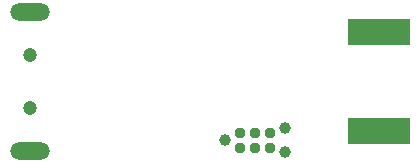
<source format=gbs>
%FSTAX43Y43*%
%MOMM*%
%SFA1B1*%

%IPPOS*%
%ADD35C,0.999998*%
%ADD36C,1.199998*%
%ADD53R,5.229990X2.181996*%
%ADD70O,3.349993X1.449997*%
%ADD71C,0.949998*%
%LNzooidreceiverpcb-1*%
%LPD*%
G54D35*
X0019234Y0002524D03*
X0024314Y0001508D03*
Y000354D03*
G54D36*
X0002674Y0009749D03*
Y0005249D03*
G54D53*
X0032249Y001169D03*
Y0003308D03*
G54D70*
X0002674Y0013349D03*
Y0001649D03*
G54D71*
X0021774Y0001889D03*
X0023044Y0003159D03*
X0020504Y0001889D03*
Y0003159D03*
X0023044Y0001889D03*
X0021774Y0003159D03*
M02*
</source>
